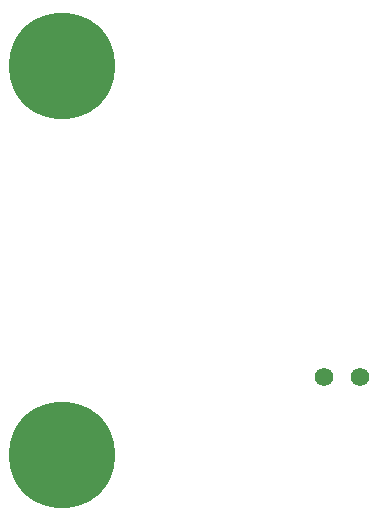
<source format=gbr>
%TF.GenerationSoftware,KiCad,Pcbnew,8.0.8*%
%TF.CreationDate,2025-11-14T22:35:10+01:00*%
%TF.ProjectId,Pomiar pr_du,506f6d69-6172-4207-9072-0564752e6b69,rev?*%
%TF.SameCoordinates,Original*%
%TF.FileFunction,Soldermask,Bot*%
%TF.FilePolarity,Negative*%
%FSLAX46Y46*%
G04 Gerber Fmt 4.6, Leading zero omitted, Abs format (unit mm)*
G04 Created by KiCad (PCBNEW 8.0.8) date 2025-11-14 22:35:10*
%MOMM*%
%LPD*%
G01*
G04 APERTURE LIST*
%ADD10C,1.574800*%
%ADD11C,9.000000*%
G04 APERTURE END LIST*
D10*
%TO.C,J1*%
X149198500Y-101860400D03*
X146198501Y-101860400D03*
%TD*%
D11*
%TO.C,R1*%
X124000000Y-75500000D03*
X124000000Y-108500000D03*
%TD*%
M02*

</source>
